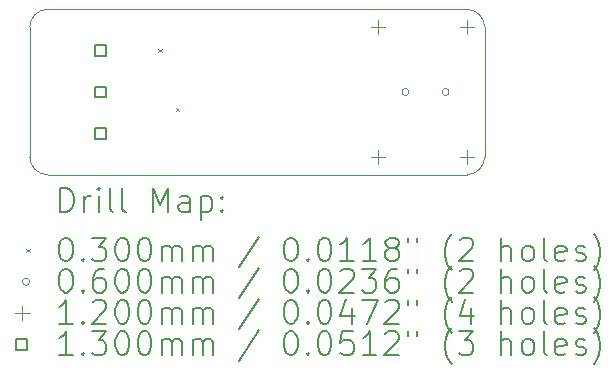
<source format=gbr>
%TF.GenerationSoftware,KiCad,Pcbnew,7.0.11-7.0.11~ubuntu22.04.1*%
%TF.CreationDate,2024-03-26T17:41:39+01:00*%
%TF.ProjectId,laserreceiver,6c617365-7272-4656-9365-697665722e6b,rev?*%
%TF.SameCoordinates,Original*%
%TF.FileFunction,Drillmap*%
%TF.FilePolarity,Positive*%
%FSLAX45Y45*%
G04 Gerber Fmt 4.5, Leading zero omitted, Abs format (unit mm)*
G04 Created by KiCad (PCBNEW 7.0.11-7.0.11~ubuntu22.04.1) date 2024-03-26 17:41:39*
%MOMM*%
%LPD*%
G01*
G04 APERTURE LIST*
%ADD10C,0.050000*%
%ADD11C,0.200000*%
%ADD12C,0.100000*%
%ADD13C,0.120000*%
%ADD14C,0.130000*%
G04 APERTURE END LIST*
D10*
X16800000Y-8900000D02*
G75*
G03*
X16650000Y-8750000I-150000J0D01*
G01*
X16650000Y-8750000D02*
X13100000Y-8750000D01*
X16650000Y-10150000D02*
G75*
G03*
X16800000Y-10000000I0J150000D01*
G01*
X13100000Y-8750000D02*
G75*
G03*
X12950000Y-8900000I0J-150000D01*
G01*
X13100000Y-10150000D02*
X16650000Y-10150000D01*
X16800000Y-10000000D02*
X16800000Y-8900000D01*
X12950000Y-8900000D02*
X12950000Y-10000000D01*
X12950000Y-10000000D02*
G75*
G03*
X13100000Y-10150000I150000J0D01*
G01*
D11*
D12*
X14035000Y-9085000D02*
X14065000Y-9115000D01*
X14065000Y-9085000D02*
X14035000Y-9115000D01*
X14185000Y-9585000D02*
X14215000Y-9615000D01*
X14215000Y-9585000D02*
X14185000Y-9615000D01*
X16160000Y-9450000D02*
G75*
G03*
X16100000Y-9450000I-30000J0D01*
G01*
X16100000Y-9450000D02*
G75*
G03*
X16160000Y-9450000I30000J0D01*
G01*
X16500000Y-9450000D02*
G75*
G03*
X16440000Y-9450000I-30000J0D01*
G01*
X16440000Y-9450000D02*
G75*
G03*
X16500000Y-9450000I30000J0D01*
G01*
D13*
X15900000Y-8840000D02*
X15900000Y-8960000D01*
X15840000Y-8900000D02*
X15960000Y-8900000D01*
X15900000Y-9940000D02*
X15900000Y-10060000D01*
X15840000Y-10000000D02*
X15960000Y-10000000D01*
X16650000Y-8840000D02*
X16650000Y-8960000D01*
X16590000Y-8900000D02*
X16710000Y-8900000D01*
X16650000Y-9940000D02*
X16650000Y-10060000D01*
X16590000Y-10000000D02*
X16710000Y-10000000D01*
D14*
X13595962Y-9145962D02*
X13595962Y-9054038D01*
X13504038Y-9054038D01*
X13504038Y-9145962D01*
X13595962Y-9145962D01*
X13595962Y-9495962D02*
X13595962Y-9404038D01*
X13504038Y-9404038D01*
X13504038Y-9495962D01*
X13595962Y-9495962D01*
X13595962Y-9845962D02*
X13595962Y-9754038D01*
X13504038Y-9754038D01*
X13504038Y-9845962D01*
X13595962Y-9845962D01*
D11*
X13208277Y-10463984D02*
X13208277Y-10263984D01*
X13208277Y-10263984D02*
X13255896Y-10263984D01*
X13255896Y-10263984D02*
X13284467Y-10273508D01*
X13284467Y-10273508D02*
X13303515Y-10292555D01*
X13303515Y-10292555D02*
X13313039Y-10311603D01*
X13313039Y-10311603D02*
X13322562Y-10349698D01*
X13322562Y-10349698D02*
X13322562Y-10378270D01*
X13322562Y-10378270D02*
X13313039Y-10416365D01*
X13313039Y-10416365D02*
X13303515Y-10435412D01*
X13303515Y-10435412D02*
X13284467Y-10454460D01*
X13284467Y-10454460D02*
X13255896Y-10463984D01*
X13255896Y-10463984D02*
X13208277Y-10463984D01*
X13408277Y-10463984D02*
X13408277Y-10330650D01*
X13408277Y-10368746D02*
X13417801Y-10349698D01*
X13417801Y-10349698D02*
X13427324Y-10340174D01*
X13427324Y-10340174D02*
X13446372Y-10330650D01*
X13446372Y-10330650D02*
X13465420Y-10330650D01*
X13532086Y-10463984D02*
X13532086Y-10330650D01*
X13532086Y-10263984D02*
X13522562Y-10273508D01*
X13522562Y-10273508D02*
X13532086Y-10283031D01*
X13532086Y-10283031D02*
X13541610Y-10273508D01*
X13541610Y-10273508D02*
X13532086Y-10263984D01*
X13532086Y-10263984D02*
X13532086Y-10283031D01*
X13655896Y-10463984D02*
X13636848Y-10454460D01*
X13636848Y-10454460D02*
X13627324Y-10435412D01*
X13627324Y-10435412D02*
X13627324Y-10263984D01*
X13760658Y-10463984D02*
X13741610Y-10454460D01*
X13741610Y-10454460D02*
X13732086Y-10435412D01*
X13732086Y-10435412D02*
X13732086Y-10263984D01*
X13989229Y-10463984D02*
X13989229Y-10263984D01*
X13989229Y-10263984D02*
X14055896Y-10406841D01*
X14055896Y-10406841D02*
X14122562Y-10263984D01*
X14122562Y-10263984D02*
X14122562Y-10463984D01*
X14303515Y-10463984D02*
X14303515Y-10359222D01*
X14303515Y-10359222D02*
X14293991Y-10340174D01*
X14293991Y-10340174D02*
X14274943Y-10330650D01*
X14274943Y-10330650D02*
X14236848Y-10330650D01*
X14236848Y-10330650D02*
X14217801Y-10340174D01*
X14303515Y-10454460D02*
X14284467Y-10463984D01*
X14284467Y-10463984D02*
X14236848Y-10463984D01*
X14236848Y-10463984D02*
X14217801Y-10454460D01*
X14217801Y-10454460D02*
X14208277Y-10435412D01*
X14208277Y-10435412D02*
X14208277Y-10416365D01*
X14208277Y-10416365D02*
X14217801Y-10397317D01*
X14217801Y-10397317D02*
X14236848Y-10387793D01*
X14236848Y-10387793D02*
X14284467Y-10387793D01*
X14284467Y-10387793D02*
X14303515Y-10378270D01*
X14398753Y-10330650D02*
X14398753Y-10530650D01*
X14398753Y-10340174D02*
X14417801Y-10330650D01*
X14417801Y-10330650D02*
X14455896Y-10330650D01*
X14455896Y-10330650D02*
X14474943Y-10340174D01*
X14474943Y-10340174D02*
X14484467Y-10349698D01*
X14484467Y-10349698D02*
X14493991Y-10368746D01*
X14493991Y-10368746D02*
X14493991Y-10425889D01*
X14493991Y-10425889D02*
X14484467Y-10444936D01*
X14484467Y-10444936D02*
X14474943Y-10454460D01*
X14474943Y-10454460D02*
X14455896Y-10463984D01*
X14455896Y-10463984D02*
X14417801Y-10463984D01*
X14417801Y-10463984D02*
X14398753Y-10454460D01*
X14579705Y-10444936D02*
X14589229Y-10454460D01*
X14589229Y-10454460D02*
X14579705Y-10463984D01*
X14579705Y-10463984D02*
X14570182Y-10454460D01*
X14570182Y-10454460D02*
X14579705Y-10444936D01*
X14579705Y-10444936D02*
X14579705Y-10463984D01*
X14579705Y-10340174D02*
X14589229Y-10349698D01*
X14589229Y-10349698D02*
X14579705Y-10359222D01*
X14579705Y-10359222D02*
X14570182Y-10349698D01*
X14570182Y-10349698D02*
X14579705Y-10340174D01*
X14579705Y-10340174D02*
X14579705Y-10359222D01*
D12*
X12917500Y-10777500D02*
X12947500Y-10807500D01*
X12947500Y-10777500D02*
X12917500Y-10807500D01*
D11*
X13246372Y-10683984D02*
X13265420Y-10683984D01*
X13265420Y-10683984D02*
X13284467Y-10693508D01*
X13284467Y-10693508D02*
X13293991Y-10703031D01*
X13293991Y-10703031D02*
X13303515Y-10722079D01*
X13303515Y-10722079D02*
X13313039Y-10760174D01*
X13313039Y-10760174D02*
X13313039Y-10807793D01*
X13313039Y-10807793D02*
X13303515Y-10845889D01*
X13303515Y-10845889D02*
X13293991Y-10864936D01*
X13293991Y-10864936D02*
X13284467Y-10874460D01*
X13284467Y-10874460D02*
X13265420Y-10883984D01*
X13265420Y-10883984D02*
X13246372Y-10883984D01*
X13246372Y-10883984D02*
X13227324Y-10874460D01*
X13227324Y-10874460D02*
X13217801Y-10864936D01*
X13217801Y-10864936D02*
X13208277Y-10845889D01*
X13208277Y-10845889D02*
X13198753Y-10807793D01*
X13198753Y-10807793D02*
X13198753Y-10760174D01*
X13198753Y-10760174D02*
X13208277Y-10722079D01*
X13208277Y-10722079D02*
X13217801Y-10703031D01*
X13217801Y-10703031D02*
X13227324Y-10693508D01*
X13227324Y-10693508D02*
X13246372Y-10683984D01*
X13398753Y-10864936D02*
X13408277Y-10874460D01*
X13408277Y-10874460D02*
X13398753Y-10883984D01*
X13398753Y-10883984D02*
X13389229Y-10874460D01*
X13389229Y-10874460D02*
X13398753Y-10864936D01*
X13398753Y-10864936D02*
X13398753Y-10883984D01*
X13474943Y-10683984D02*
X13598753Y-10683984D01*
X13598753Y-10683984D02*
X13532086Y-10760174D01*
X13532086Y-10760174D02*
X13560658Y-10760174D01*
X13560658Y-10760174D02*
X13579705Y-10769698D01*
X13579705Y-10769698D02*
X13589229Y-10779222D01*
X13589229Y-10779222D02*
X13598753Y-10798270D01*
X13598753Y-10798270D02*
X13598753Y-10845889D01*
X13598753Y-10845889D02*
X13589229Y-10864936D01*
X13589229Y-10864936D02*
X13579705Y-10874460D01*
X13579705Y-10874460D02*
X13560658Y-10883984D01*
X13560658Y-10883984D02*
X13503515Y-10883984D01*
X13503515Y-10883984D02*
X13484467Y-10874460D01*
X13484467Y-10874460D02*
X13474943Y-10864936D01*
X13722562Y-10683984D02*
X13741610Y-10683984D01*
X13741610Y-10683984D02*
X13760658Y-10693508D01*
X13760658Y-10693508D02*
X13770182Y-10703031D01*
X13770182Y-10703031D02*
X13779705Y-10722079D01*
X13779705Y-10722079D02*
X13789229Y-10760174D01*
X13789229Y-10760174D02*
X13789229Y-10807793D01*
X13789229Y-10807793D02*
X13779705Y-10845889D01*
X13779705Y-10845889D02*
X13770182Y-10864936D01*
X13770182Y-10864936D02*
X13760658Y-10874460D01*
X13760658Y-10874460D02*
X13741610Y-10883984D01*
X13741610Y-10883984D02*
X13722562Y-10883984D01*
X13722562Y-10883984D02*
X13703515Y-10874460D01*
X13703515Y-10874460D02*
X13693991Y-10864936D01*
X13693991Y-10864936D02*
X13684467Y-10845889D01*
X13684467Y-10845889D02*
X13674943Y-10807793D01*
X13674943Y-10807793D02*
X13674943Y-10760174D01*
X13674943Y-10760174D02*
X13684467Y-10722079D01*
X13684467Y-10722079D02*
X13693991Y-10703031D01*
X13693991Y-10703031D02*
X13703515Y-10693508D01*
X13703515Y-10693508D02*
X13722562Y-10683984D01*
X13913039Y-10683984D02*
X13932086Y-10683984D01*
X13932086Y-10683984D02*
X13951134Y-10693508D01*
X13951134Y-10693508D02*
X13960658Y-10703031D01*
X13960658Y-10703031D02*
X13970182Y-10722079D01*
X13970182Y-10722079D02*
X13979705Y-10760174D01*
X13979705Y-10760174D02*
X13979705Y-10807793D01*
X13979705Y-10807793D02*
X13970182Y-10845889D01*
X13970182Y-10845889D02*
X13960658Y-10864936D01*
X13960658Y-10864936D02*
X13951134Y-10874460D01*
X13951134Y-10874460D02*
X13932086Y-10883984D01*
X13932086Y-10883984D02*
X13913039Y-10883984D01*
X13913039Y-10883984D02*
X13893991Y-10874460D01*
X13893991Y-10874460D02*
X13884467Y-10864936D01*
X13884467Y-10864936D02*
X13874943Y-10845889D01*
X13874943Y-10845889D02*
X13865420Y-10807793D01*
X13865420Y-10807793D02*
X13865420Y-10760174D01*
X13865420Y-10760174D02*
X13874943Y-10722079D01*
X13874943Y-10722079D02*
X13884467Y-10703031D01*
X13884467Y-10703031D02*
X13893991Y-10693508D01*
X13893991Y-10693508D02*
X13913039Y-10683984D01*
X14065420Y-10883984D02*
X14065420Y-10750650D01*
X14065420Y-10769698D02*
X14074943Y-10760174D01*
X14074943Y-10760174D02*
X14093991Y-10750650D01*
X14093991Y-10750650D02*
X14122563Y-10750650D01*
X14122563Y-10750650D02*
X14141610Y-10760174D01*
X14141610Y-10760174D02*
X14151134Y-10779222D01*
X14151134Y-10779222D02*
X14151134Y-10883984D01*
X14151134Y-10779222D02*
X14160658Y-10760174D01*
X14160658Y-10760174D02*
X14179705Y-10750650D01*
X14179705Y-10750650D02*
X14208277Y-10750650D01*
X14208277Y-10750650D02*
X14227324Y-10760174D01*
X14227324Y-10760174D02*
X14236848Y-10779222D01*
X14236848Y-10779222D02*
X14236848Y-10883984D01*
X14332086Y-10883984D02*
X14332086Y-10750650D01*
X14332086Y-10769698D02*
X14341610Y-10760174D01*
X14341610Y-10760174D02*
X14360658Y-10750650D01*
X14360658Y-10750650D02*
X14389229Y-10750650D01*
X14389229Y-10750650D02*
X14408277Y-10760174D01*
X14408277Y-10760174D02*
X14417801Y-10779222D01*
X14417801Y-10779222D02*
X14417801Y-10883984D01*
X14417801Y-10779222D02*
X14427324Y-10760174D01*
X14427324Y-10760174D02*
X14446372Y-10750650D01*
X14446372Y-10750650D02*
X14474943Y-10750650D01*
X14474943Y-10750650D02*
X14493991Y-10760174D01*
X14493991Y-10760174D02*
X14503515Y-10779222D01*
X14503515Y-10779222D02*
X14503515Y-10883984D01*
X14893991Y-10674460D02*
X14722563Y-10931603D01*
X15151134Y-10683984D02*
X15170182Y-10683984D01*
X15170182Y-10683984D02*
X15189229Y-10693508D01*
X15189229Y-10693508D02*
X15198753Y-10703031D01*
X15198753Y-10703031D02*
X15208277Y-10722079D01*
X15208277Y-10722079D02*
X15217801Y-10760174D01*
X15217801Y-10760174D02*
X15217801Y-10807793D01*
X15217801Y-10807793D02*
X15208277Y-10845889D01*
X15208277Y-10845889D02*
X15198753Y-10864936D01*
X15198753Y-10864936D02*
X15189229Y-10874460D01*
X15189229Y-10874460D02*
X15170182Y-10883984D01*
X15170182Y-10883984D02*
X15151134Y-10883984D01*
X15151134Y-10883984D02*
X15132086Y-10874460D01*
X15132086Y-10874460D02*
X15122563Y-10864936D01*
X15122563Y-10864936D02*
X15113039Y-10845889D01*
X15113039Y-10845889D02*
X15103515Y-10807793D01*
X15103515Y-10807793D02*
X15103515Y-10760174D01*
X15103515Y-10760174D02*
X15113039Y-10722079D01*
X15113039Y-10722079D02*
X15122563Y-10703031D01*
X15122563Y-10703031D02*
X15132086Y-10693508D01*
X15132086Y-10693508D02*
X15151134Y-10683984D01*
X15303515Y-10864936D02*
X15313039Y-10874460D01*
X15313039Y-10874460D02*
X15303515Y-10883984D01*
X15303515Y-10883984D02*
X15293991Y-10874460D01*
X15293991Y-10874460D02*
X15303515Y-10864936D01*
X15303515Y-10864936D02*
X15303515Y-10883984D01*
X15436848Y-10683984D02*
X15455896Y-10683984D01*
X15455896Y-10683984D02*
X15474944Y-10693508D01*
X15474944Y-10693508D02*
X15484467Y-10703031D01*
X15484467Y-10703031D02*
X15493991Y-10722079D01*
X15493991Y-10722079D02*
X15503515Y-10760174D01*
X15503515Y-10760174D02*
X15503515Y-10807793D01*
X15503515Y-10807793D02*
X15493991Y-10845889D01*
X15493991Y-10845889D02*
X15484467Y-10864936D01*
X15484467Y-10864936D02*
X15474944Y-10874460D01*
X15474944Y-10874460D02*
X15455896Y-10883984D01*
X15455896Y-10883984D02*
X15436848Y-10883984D01*
X15436848Y-10883984D02*
X15417801Y-10874460D01*
X15417801Y-10874460D02*
X15408277Y-10864936D01*
X15408277Y-10864936D02*
X15398753Y-10845889D01*
X15398753Y-10845889D02*
X15389229Y-10807793D01*
X15389229Y-10807793D02*
X15389229Y-10760174D01*
X15389229Y-10760174D02*
X15398753Y-10722079D01*
X15398753Y-10722079D02*
X15408277Y-10703031D01*
X15408277Y-10703031D02*
X15417801Y-10693508D01*
X15417801Y-10693508D02*
X15436848Y-10683984D01*
X15693991Y-10883984D02*
X15579706Y-10883984D01*
X15636848Y-10883984D02*
X15636848Y-10683984D01*
X15636848Y-10683984D02*
X15617801Y-10712555D01*
X15617801Y-10712555D02*
X15598753Y-10731603D01*
X15598753Y-10731603D02*
X15579706Y-10741127D01*
X15884467Y-10883984D02*
X15770182Y-10883984D01*
X15827325Y-10883984D02*
X15827325Y-10683984D01*
X15827325Y-10683984D02*
X15808277Y-10712555D01*
X15808277Y-10712555D02*
X15789229Y-10731603D01*
X15789229Y-10731603D02*
X15770182Y-10741127D01*
X15998753Y-10769698D02*
X15979706Y-10760174D01*
X15979706Y-10760174D02*
X15970182Y-10750650D01*
X15970182Y-10750650D02*
X15960658Y-10731603D01*
X15960658Y-10731603D02*
X15960658Y-10722079D01*
X15960658Y-10722079D02*
X15970182Y-10703031D01*
X15970182Y-10703031D02*
X15979706Y-10693508D01*
X15979706Y-10693508D02*
X15998753Y-10683984D01*
X15998753Y-10683984D02*
X16036848Y-10683984D01*
X16036848Y-10683984D02*
X16055896Y-10693508D01*
X16055896Y-10693508D02*
X16065420Y-10703031D01*
X16065420Y-10703031D02*
X16074944Y-10722079D01*
X16074944Y-10722079D02*
X16074944Y-10731603D01*
X16074944Y-10731603D02*
X16065420Y-10750650D01*
X16065420Y-10750650D02*
X16055896Y-10760174D01*
X16055896Y-10760174D02*
X16036848Y-10769698D01*
X16036848Y-10769698D02*
X15998753Y-10769698D01*
X15998753Y-10769698D02*
X15979706Y-10779222D01*
X15979706Y-10779222D02*
X15970182Y-10788746D01*
X15970182Y-10788746D02*
X15960658Y-10807793D01*
X15960658Y-10807793D02*
X15960658Y-10845889D01*
X15960658Y-10845889D02*
X15970182Y-10864936D01*
X15970182Y-10864936D02*
X15979706Y-10874460D01*
X15979706Y-10874460D02*
X15998753Y-10883984D01*
X15998753Y-10883984D02*
X16036848Y-10883984D01*
X16036848Y-10883984D02*
X16055896Y-10874460D01*
X16055896Y-10874460D02*
X16065420Y-10864936D01*
X16065420Y-10864936D02*
X16074944Y-10845889D01*
X16074944Y-10845889D02*
X16074944Y-10807793D01*
X16074944Y-10807793D02*
X16065420Y-10788746D01*
X16065420Y-10788746D02*
X16055896Y-10779222D01*
X16055896Y-10779222D02*
X16036848Y-10769698D01*
X16151134Y-10683984D02*
X16151134Y-10722079D01*
X16227325Y-10683984D02*
X16227325Y-10722079D01*
X16522563Y-10960174D02*
X16513039Y-10950650D01*
X16513039Y-10950650D02*
X16493991Y-10922079D01*
X16493991Y-10922079D02*
X16484468Y-10903031D01*
X16484468Y-10903031D02*
X16474944Y-10874460D01*
X16474944Y-10874460D02*
X16465420Y-10826841D01*
X16465420Y-10826841D02*
X16465420Y-10788746D01*
X16465420Y-10788746D02*
X16474944Y-10741127D01*
X16474944Y-10741127D02*
X16484468Y-10712555D01*
X16484468Y-10712555D02*
X16493991Y-10693508D01*
X16493991Y-10693508D02*
X16513039Y-10664936D01*
X16513039Y-10664936D02*
X16522563Y-10655412D01*
X16589229Y-10703031D02*
X16598753Y-10693508D01*
X16598753Y-10693508D02*
X16617801Y-10683984D01*
X16617801Y-10683984D02*
X16665420Y-10683984D01*
X16665420Y-10683984D02*
X16684468Y-10693508D01*
X16684468Y-10693508D02*
X16693991Y-10703031D01*
X16693991Y-10703031D02*
X16703515Y-10722079D01*
X16703515Y-10722079D02*
X16703515Y-10741127D01*
X16703515Y-10741127D02*
X16693991Y-10769698D01*
X16693991Y-10769698D02*
X16579706Y-10883984D01*
X16579706Y-10883984D02*
X16703515Y-10883984D01*
X16941611Y-10883984D02*
X16941611Y-10683984D01*
X17027325Y-10883984D02*
X17027325Y-10779222D01*
X17027325Y-10779222D02*
X17017801Y-10760174D01*
X17017801Y-10760174D02*
X16998753Y-10750650D01*
X16998753Y-10750650D02*
X16970182Y-10750650D01*
X16970182Y-10750650D02*
X16951134Y-10760174D01*
X16951134Y-10760174D02*
X16941611Y-10769698D01*
X17151134Y-10883984D02*
X17132087Y-10874460D01*
X17132087Y-10874460D02*
X17122563Y-10864936D01*
X17122563Y-10864936D02*
X17113039Y-10845889D01*
X17113039Y-10845889D02*
X17113039Y-10788746D01*
X17113039Y-10788746D02*
X17122563Y-10769698D01*
X17122563Y-10769698D02*
X17132087Y-10760174D01*
X17132087Y-10760174D02*
X17151134Y-10750650D01*
X17151134Y-10750650D02*
X17179706Y-10750650D01*
X17179706Y-10750650D02*
X17198753Y-10760174D01*
X17198753Y-10760174D02*
X17208277Y-10769698D01*
X17208277Y-10769698D02*
X17217801Y-10788746D01*
X17217801Y-10788746D02*
X17217801Y-10845889D01*
X17217801Y-10845889D02*
X17208277Y-10864936D01*
X17208277Y-10864936D02*
X17198753Y-10874460D01*
X17198753Y-10874460D02*
X17179706Y-10883984D01*
X17179706Y-10883984D02*
X17151134Y-10883984D01*
X17332087Y-10883984D02*
X17313039Y-10874460D01*
X17313039Y-10874460D02*
X17303515Y-10855412D01*
X17303515Y-10855412D02*
X17303515Y-10683984D01*
X17484468Y-10874460D02*
X17465420Y-10883984D01*
X17465420Y-10883984D02*
X17427325Y-10883984D01*
X17427325Y-10883984D02*
X17408277Y-10874460D01*
X17408277Y-10874460D02*
X17398753Y-10855412D01*
X17398753Y-10855412D02*
X17398753Y-10779222D01*
X17398753Y-10779222D02*
X17408277Y-10760174D01*
X17408277Y-10760174D02*
X17427325Y-10750650D01*
X17427325Y-10750650D02*
X17465420Y-10750650D01*
X17465420Y-10750650D02*
X17484468Y-10760174D01*
X17484468Y-10760174D02*
X17493992Y-10779222D01*
X17493992Y-10779222D02*
X17493992Y-10798270D01*
X17493992Y-10798270D02*
X17398753Y-10817317D01*
X17570182Y-10874460D02*
X17589230Y-10883984D01*
X17589230Y-10883984D02*
X17627325Y-10883984D01*
X17627325Y-10883984D02*
X17646373Y-10874460D01*
X17646373Y-10874460D02*
X17655896Y-10855412D01*
X17655896Y-10855412D02*
X17655896Y-10845889D01*
X17655896Y-10845889D02*
X17646373Y-10826841D01*
X17646373Y-10826841D02*
X17627325Y-10817317D01*
X17627325Y-10817317D02*
X17598753Y-10817317D01*
X17598753Y-10817317D02*
X17579706Y-10807793D01*
X17579706Y-10807793D02*
X17570182Y-10788746D01*
X17570182Y-10788746D02*
X17570182Y-10779222D01*
X17570182Y-10779222D02*
X17579706Y-10760174D01*
X17579706Y-10760174D02*
X17598753Y-10750650D01*
X17598753Y-10750650D02*
X17627325Y-10750650D01*
X17627325Y-10750650D02*
X17646373Y-10760174D01*
X17722563Y-10960174D02*
X17732087Y-10950650D01*
X17732087Y-10950650D02*
X17751134Y-10922079D01*
X17751134Y-10922079D02*
X17760658Y-10903031D01*
X17760658Y-10903031D02*
X17770182Y-10874460D01*
X17770182Y-10874460D02*
X17779706Y-10826841D01*
X17779706Y-10826841D02*
X17779706Y-10788746D01*
X17779706Y-10788746D02*
X17770182Y-10741127D01*
X17770182Y-10741127D02*
X17760658Y-10712555D01*
X17760658Y-10712555D02*
X17751134Y-10693508D01*
X17751134Y-10693508D02*
X17732087Y-10664936D01*
X17732087Y-10664936D02*
X17722563Y-10655412D01*
D12*
X12947500Y-11056500D02*
G75*
G03*
X12887500Y-11056500I-30000J0D01*
G01*
X12887500Y-11056500D02*
G75*
G03*
X12947500Y-11056500I30000J0D01*
G01*
D11*
X13246372Y-10947984D02*
X13265420Y-10947984D01*
X13265420Y-10947984D02*
X13284467Y-10957508D01*
X13284467Y-10957508D02*
X13293991Y-10967031D01*
X13293991Y-10967031D02*
X13303515Y-10986079D01*
X13303515Y-10986079D02*
X13313039Y-11024174D01*
X13313039Y-11024174D02*
X13313039Y-11071793D01*
X13313039Y-11071793D02*
X13303515Y-11109889D01*
X13303515Y-11109889D02*
X13293991Y-11128936D01*
X13293991Y-11128936D02*
X13284467Y-11138460D01*
X13284467Y-11138460D02*
X13265420Y-11147984D01*
X13265420Y-11147984D02*
X13246372Y-11147984D01*
X13246372Y-11147984D02*
X13227324Y-11138460D01*
X13227324Y-11138460D02*
X13217801Y-11128936D01*
X13217801Y-11128936D02*
X13208277Y-11109889D01*
X13208277Y-11109889D02*
X13198753Y-11071793D01*
X13198753Y-11071793D02*
X13198753Y-11024174D01*
X13198753Y-11024174D02*
X13208277Y-10986079D01*
X13208277Y-10986079D02*
X13217801Y-10967031D01*
X13217801Y-10967031D02*
X13227324Y-10957508D01*
X13227324Y-10957508D02*
X13246372Y-10947984D01*
X13398753Y-11128936D02*
X13408277Y-11138460D01*
X13408277Y-11138460D02*
X13398753Y-11147984D01*
X13398753Y-11147984D02*
X13389229Y-11138460D01*
X13389229Y-11138460D02*
X13398753Y-11128936D01*
X13398753Y-11128936D02*
X13398753Y-11147984D01*
X13579705Y-10947984D02*
X13541610Y-10947984D01*
X13541610Y-10947984D02*
X13522562Y-10957508D01*
X13522562Y-10957508D02*
X13513039Y-10967031D01*
X13513039Y-10967031D02*
X13493991Y-10995603D01*
X13493991Y-10995603D02*
X13484467Y-11033698D01*
X13484467Y-11033698D02*
X13484467Y-11109889D01*
X13484467Y-11109889D02*
X13493991Y-11128936D01*
X13493991Y-11128936D02*
X13503515Y-11138460D01*
X13503515Y-11138460D02*
X13522562Y-11147984D01*
X13522562Y-11147984D02*
X13560658Y-11147984D01*
X13560658Y-11147984D02*
X13579705Y-11138460D01*
X13579705Y-11138460D02*
X13589229Y-11128936D01*
X13589229Y-11128936D02*
X13598753Y-11109889D01*
X13598753Y-11109889D02*
X13598753Y-11062270D01*
X13598753Y-11062270D02*
X13589229Y-11043222D01*
X13589229Y-11043222D02*
X13579705Y-11033698D01*
X13579705Y-11033698D02*
X13560658Y-11024174D01*
X13560658Y-11024174D02*
X13522562Y-11024174D01*
X13522562Y-11024174D02*
X13503515Y-11033698D01*
X13503515Y-11033698D02*
X13493991Y-11043222D01*
X13493991Y-11043222D02*
X13484467Y-11062270D01*
X13722562Y-10947984D02*
X13741610Y-10947984D01*
X13741610Y-10947984D02*
X13760658Y-10957508D01*
X13760658Y-10957508D02*
X13770182Y-10967031D01*
X13770182Y-10967031D02*
X13779705Y-10986079D01*
X13779705Y-10986079D02*
X13789229Y-11024174D01*
X13789229Y-11024174D02*
X13789229Y-11071793D01*
X13789229Y-11071793D02*
X13779705Y-11109889D01*
X13779705Y-11109889D02*
X13770182Y-11128936D01*
X13770182Y-11128936D02*
X13760658Y-11138460D01*
X13760658Y-11138460D02*
X13741610Y-11147984D01*
X13741610Y-11147984D02*
X13722562Y-11147984D01*
X13722562Y-11147984D02*
X13703515Y-11138460D01*
X13703515Y-11138460D02*
X13693991Y-11128936D01*
X13693991Y-11128936D02*
X13684467Y-11109889D01*
X13684467Y-11109889D02*
X13674943Y-11071793D01*
X13674943Y-11071793D02*
X13674943Y-11024174D01*
X13674943Y-11024174D02*
X13684467Y-10986079D01*
X13684467Y-10986079D02*
X13693991Y-10967031D01*
X13693991Y-10967031D02*
X13703515Y-10957508D01*
X13703515Y-10957508D02*
X13722562Y-10947984D01*
X13913039Y-10947984D02*
X13932086Y-10947984D01*
X13932086Y-10947984D02*
X13951134Y-10957508D01*
X13951134Y-10957508D02*
X13960658Y-10967031D01*
X13960658Y-10967031D02*
X13970182Y-10986079D01*
X13970182Y-10986079D02*
X13979705Y-11024174D01*
X13979705Y-11024174D02*
X13979705Y-11071793D01*
X13979705Y-11071793D02*
X13970182Y-11109889D01*
X13970182Y-11109889D02*
X13960658Y-11128936D01*
X13960658Y-11128936D02*
X13951134Y-11138460D01*
X13951134Y-11138460D02*
X13932086Y-11147984D01*
X13932086Y-11147984D02*
X13913039Y-11147984D01*
X13913039Y-11147984D02*
X13893991Y-11138460D01*
X13893991Y-11138460D02*
X13884467Y-11128936D01*
X13884467Y-11128936D02*
X13874943Y-11109889D01*
X13874943Y-11109889D02*
X13865420Y-11071793D01*
X13865420Y-11071793D02*
X13865420Y-11024174D01*
X13865420Y-11024174D02*
X13874943Y-10986079D01*
X13874943Y-10986079D02*
X13884467Y-10967031D01*
X13884467Y-10967031D02*
X13893991Y-10957508D01*
X13893991Y-10957508D02*
X13913039Y-10947984D01*
X14065420Y-11147984D02*
X14065420Y-11014650D01*
X14065420Y-11033698D02*
X14074943Y-11024174D01*
X14074943Y-11024174D02*
X14093991Y-11014650D01*
X14093991Y-11014650D02*
X14122563Y-11014650D01*
X14122563Y-11014650D02*
X14141610Y-11024174D01*
X14141610Y-11024174D02*
X14151134Y-11043222D01*
X14151134Y-11043222D02*
X14151134Y-11147984D01*
X14151134Y-11043222D02*
X14160658Y-11024174D01*
X14160658Y-11024174D02*
X14179705Y-11014650D01*
X14179705Y-11014650D02*
X14208277Y-11014650D01*
X14208277Y-11014650D02*
X14227324Y-11024174D01*
X14227324Y-11024174D02*
X14236848Y-11043222D01*
X14236848Y-11043222D02*
X14236848Y-11147984D01*
X14332086Y-11147984D02*
X14332086Y-11014650D01*
X14332086Y-11033698D02*
X14341610Y-11024174D01*
X14341610Y-11024174D02*
X14360658Y-11014650D01*
X14360658Y-11014650D02*
X14389229Y-11014650D01*
X14389229Y-11014650D02*
X14408277Y-11024174D01*
X14408277Y-11024174D02*
X14417801Y-11043222D01*
X14417801Y-11043222D02*
X14417801Y-11147984D01*
X14417801Y-11043222D02*
X14427324Y-11024174D01*
X14427324Y-11024174D02*
X14446372Y-11014650D01*
X14446372Y-11014650D02*
X14474943Y-11014650D01*
X14474943Y-11014650D02*
X14493991Y-11024174D01*
X14493991Y-11024174D02*
X14503515Y-11043222D01*
X14503515Y-11043222D02*
X14503515Y-11147984D01*
X14893991Y-10938460D02*
X14722563Y-11195603D01*
X15151134Y-10947984D02*
X15170182Y-10947984D01*
X15170182Y-10947984D02*
X15189229Y-10957508D01*
X15189229Y-10957508D02*
X15198753Y-10967031D01*
X15198753Y-10967031D02*
X15208277Y-10986079D01*
X15208277Y-10986079D02*
X15217801Y-11024174D01*
X15217801Y-11024174D02*
X15217801Y-11071793D01*
X15217801Y-11071793D02*
X15208277Y-11109889D01*
X15208277Y-11109889D02*
X15198753Y-11128936D01*
X15198753Y-11128936D02*
X15189229Y-11138460D01*
X15189229Y-11138460D02*
X15170182Y-11147984D01*
X15170182Y-11147984D02*
X15151134Y-11147984D01*
X15151134Y-11147984D02*
X15132086Y-11138460D01*
X15132086Y-11138460D02*
X15122563Y-11128936D01*
X15122563Y-11128936D02*
X15113039Y-11109889D01*
X15113039Y-11109889D02*
X15103515Y-11071793D01*
X15103515Y-11071793D02*
X15103515Y-11024174D01*
X15103515Y-11024174D02*
X15113039Y-10986079D01*
X15113039Y-10986079D02*
X15122563Y-10967031D01*
X15122563Y-10967031D02*
X15132086Y-10957508D01*
X15132086Y-10957508D02*
X15151134Y-10947984D01*
X15303515Y-11128936D02*
X15313039Y-11138460D01*
X15313039Y-11138460D02*
X15303515Y-11147984D01*
X15303515Y-11147984D02*
X15293991Y-11138460D01*
X15293991Y-11138460D02*
X15303515Y-11128936D01*
X15303515Y-11128936D02*
X15303515Y-11147984D01*
X15436848Y-10947984D02*
X15455896Y-10947984D01*
X15455896Y-10947984D02*
X15474944Y-10957508D01*
X15474944Y-10957508D02*
X15484467Y-10967031D01*
X15484467Y-10967031D02*
X15493991Y-10986079D01*
X15493991Y-10986079D02*
X15503515Y-11024174D01*
X15503515Y-11024174D02*
X15503515Y-11071793D01*
X15503515Y-11071793D02*
X15493991Y-11109889D01*
X15493991Y-11109889D02*
X15484467Y-11128936D01*
X15484467Y-11128936D02*
X15474944Y-11138460D01*
X15474944Y-11138460D02*
X15455896Y-11147984D01*
X15455896Y-11147984D02*
X15436848Y-11147984D01*
X15436848Y-11147984D02*
X15417801Y-11138460D01*
X15417801Y-11138460D02*
X15408277Y-11128936D01*
X15408277Y-11128936D02*
X15398753Y-11109889D01*
X15398753Y-11109889D02*
X15389229Y-11071793D01*
X15389229Y-11071793D02*
X15389229Y-11024174D01*
X15389229Y-11024174D02*
X15398753Y-10986079D01*
X15398753Y-10986079D02*
X15408277Y-10967031D01*
X15408277Y-10967031D02*
X15417801Y-10957508D01*
X15417801Y-10957508D02*
X15436848Y-10947984D01*
X15579706Y-10967031D02*
X15589229Y-10957508D01*
X15589229Y-10957508D02*
X15608277Y-10947984D01*
X15608277Y-10947984D02*
X15655896Y-10947984D01*
X15655896Y-10947984D02*
X15674944Y-10957508D01*
X15674944Y-10957508D02*
X15684467Y-10967031D01*
X15684467Y-10967031D02*
X15693991Y-10986079D01*
X15693991Y-10986079D02*
X15693991Y-11005127D01*
X15693991Y-11005127D02*
X15684467Y-11033698D01*
X15684467Y-11033698D02*
X15570182Y-11147984D01*
X15570182Y-11147984D02*
X15693991Y-11147984D01*
X15760658Y-10947984D02*
X15884467Y-10947984D01*
X15884467Y-10947984D02*
X15817801Y-11024174D01*
X15817801Y-11024174D02*
X15846372Y-11024174D01*
X15846372Y-11024174D02*
X15865420Y-11033698D01*
X15865420Y-11033698D02*
X15874944Y-11043222D01*
X15874944Y-11043222D02*
X15884467Y-11062270D01*
X15884467Y-11062270D02*
X15884467Y-11109889D01*
X15884467Y-11109889D02*
X15874944Y-11128936D01*
X15874944Y-11128936D02*
X15865420Y-11138460D01*
X15865420Y-11138460D02*
X15846372Y-11147984D01*
X15846372Y-11147984D02*
X15789229Y-11147984D01*
X15789229Y-11147984D02*
X15770182Y-11138460D01*
X15770182Y-11138460D02*
X15760658Y-11128936D01*
X16055896Y-10947984D02*
X16017801Y-10947984D01*
X16017801Y-10947984D02*
X15998753Y-10957508D01*
X15998753Y-10957508D02*
X15989229Y-10967031D01*
X15989229Y-10967031D02*
X15970182Y-10995603D01*
X15970182Y-10995603D02*
X15960658Y-11033698D01*
X15960658Y-11033698D02*
X15960658Y-11109889D01*
X15960658Y-11109889D02*
X15970182Y-11128936D01*
X15970182Y-11128936D02*
X15979706Y-11138460D01*
X15979706Y-11138460D02*
X15998753Y-11147984D01*
X15998753Y-11147984D02*
X16036848Y-11147984D01*
X16036848Y-11147984D02*
X16055896Y-11138460D01*
X16055896Y-11138460D02*
X16065420Y-11128936D01*
X16065420Y-11128936D02*
X16074944Y-11109889D01*
X16074944Y-11109889D02*
X16074944Y-11062270D01*
X16074944Y-11062270D02*
X16065420Y-11043222D01*
X16065420Y-11043222D02*
X16055896Y-11033698D01*
X16055896Y-11033698D02*
X16036848Y-11024174D01*
X16036848Y-11024174D02*
X15998753Y-11024174D01*
X15998753Y-11024174D02*
X15979706Y-11033698D01*
X15979706Y-11033698D02*
X15970182Y-11043222D01*
X15970182Y-11043222D02*
X15960658Y-11062270D01*
X16151134Y-10947984D02*
X16151134Y-10986079D01*
X16227325Y-10947984D02*
X16227325Y-10986079D01*
X16522563Y-11224174D02*
X16513039Y-11214650D01*
X16513039Y-11214650D02*
X16493991Y-11186079D01*
X16493991Y-11186079D02*
X16484468Y-11167031D01*
X16484468Y-11167031D02*
X16474944Y-11138460D01*
X16474944Y-11138460D02*
X16465420Y-11090841D01*
X16465420Y-11090841D02*
X16465420Y-11052746D01*
X16465420Y-11052746D02*
X16474944Y-11005127D01*
X16474944Y-11005127D02*
X16484468Y-10976555D01*
X16484468Y-10976555D02*
X16493991Y-10957508D01*
X16493991Y-10957508D02*
X16513039Y-10928936D01*
X16513039Y-10928936D02*
X16522563Y-10919412D01*
X16589229Y-10967031D02*
X16598753Y-10957508D01*
X16598753Y-10957508D02*
X16617801Y-10947984D01*
X16617801Y-10947984D02*
X16665420Y-10947984D01*
X16665420Y-10947984D02*
X16684468Y-10957508D01*
X16684468Y-10957508D02*
X16693991Y-10967031D01*
X16693991Y-10967031D02*
X16703515Y-10986079D01*
X16703515Y-10986079D02*
X16703515Y-11005127D01*
X16703515Y-11005127D02*
X16693991Y-11033698D01*
X16693991Y-11033698D02*
X16579706Y-11147984D01*
X16579706Y-11147984D02*
X16703515Y-11147984D01*
X16941611Y-11147984D02*
X16941611Y-10947984D01*
X17027325Y-11147984D02*
X17027325Y-11043222D01*
X17027325Y-11043222D02*
X17017801Y-11024174D01*
X17017801Y-11024174D02*
X16998753Y-11014650D01*
X16998753Y-11014650D02*
X16970182Y-11014650D01*
X16970182Y-11014650D02*
X16951134Y-11024174D01*
X16951134Y-11024174D02*
X16941611Y-11033698D01*
X17151134Y-11147984D02*
X17132087Y-11138460D01*
X17132087Y-11138460D02*
X17122563Y-11128936D01*
X17122563Y-11128936D02*
X17113039Y-11109889D01*
X17113039Y-11109889D02*
X17113039Y-11052746D01*
X17113039Y-11052746D02*
X17122563Y-11033698D01*
X17122563Y-11033698D02*
X17132087Y-11024174D01*
X17132087Y-11024174D02*
X17151134Y-11014650D01*
X17151134Y-11014650D02*
X17179706Y-11014650D01*
X17179706Y-11014650D02*
X17198753Y-11024174D01*
X17198753Y-11024174D02*
X17208277Y-11033698D01*
X17208277Y-11033698D02*
X17217801Y-11052746D01*
X17217801Y-11052746D02*
X17217801Y-11109889D01*
X17217801Y-11109889D02*
X17208277Y-11128936D01*
X17208277Y-11128936D02*
X17198753Y-11138460D01*
X17198753Y-11138460D02*
X17179706Y-11147984D01*
X17179706Y-11147984D02*
X17151134Y-11147984D01*
X17332087Y-11147984D02*
X17313039Y-11138460D01*
X17313039Y-11138460D02*
X17303515Y-11119412D01*
X17303515Y-11119412D02*
X17303515Y-10947984D01*
X17484468Y-11138460D02*
X17465420Y-11147984D01*
X17465420Y-11147984D02*
X17427325Y-11147984D01*
X17427325Y-11147984D02*
X17408277Y-11138460D01*
X17408277Y-11138460D02*
X17398753Y-11119412D01*
X17398753Y-11119412D02*
X17398753Y-11043222D01*
X17398753Y-11043222D02*
X17408277Y-11024174D01*
X17408277Y-11024174D02*
X17427325Y-11014650D01*
X17427325Y-11014650D02*
X17465420Y-11014650D01*
X17465420Y-11014650D02*
X17484468Y-11024174D01*
X17484468Y-11024174D02*
X17493992Y-11043222D01*
X17493992Y-11043222D02*
X17493992Y-11062270D01*
X17493992Y-11062270D02*
X17398753Y-11081317D01*
X17570182Y-11138460D02*
X17589230Y-11147984D01*
X17589230Y-11147984D02*
X17627325Y-11147984D01*
X17627325Y-11147984D02*
X17646373Y-11138460D01*
X17646373Y-11138460D02*
X17655896Y-11119412D01*
X17655896Y-11119412D02*
X17655896Y-11109889D01*
X17655896Y-11109889D02*
X17646373Y-11090841D01*
X17646373Y-11090841D02*
X17627325Y-11081317D01*
X17627325Y-11081317D02*
X17598753Y-11081317D01*
X17598753Y-11081317D02*
X17579706Y-11071793D01*
X17579706Y-11071793D02*
X17570182Y-11052746D01*
X17570182Y-11052746D02*
X17570182Y-11043222D01*
X17570182Y-11043222D02*
X17579706Y-11024174D01*
X17579706Y-11024174D02*
X17598753Y-11014650D01*
X17598753Y-11014650D02*
X17627325Y-11014650D01*
X17627325Y-11014650D02*
X17646373Y-11024174D01*
X17722563Y-11224174D02*
X17732087Y-11214650D01*
X17732087Y-11214650D02*
X17751134Y-11186079D01*
X17751134Y-11186079D02*
X17760658Y-11167031D01*
X17760658Y-11167031D02*
X17770182Y-11138460D01*
X17770182Y-11138460D02*
X17779706Y-11090841D01*
X17779706Y-11090841D02*
X17779706Y-11052746D01*
X17779706Y-11052746D02*
X17770182Y-11005127D01*
X17770182Y-11005127D02*
X17760658Y-10976555D01*
X17760658Y-10976555D02*
X17751134Y-10957508D01*
X17751134Y-10957508D02*
X17732087Y-10928936D01*
X17732087Y-10928936D02*
X17722563Y-10919412D01*
D13*
X12887500Y-11260500D02*
X12887500Y-11380500D01*
X12827500Y-11320500D02*
X12947500Y-11320500D01*
D11*
X13313039Y-11411984D02*
X13198753Y-11411984D01*
X13255896Y-11411984D02*
X13255896Y-11211984D01*
X13255896Y-11211984D02*
X13236848Y-11240555D01*
X13236848Y-11240555D02*
X13217801Y-11259603D01*
X13217801Y-11259603D02*
X13198753Y-11269127D01*
X13398753Y-11392936D02*
X13408277Y-11402460D01*
X13408277Y-11402460D02*
X13398753Y-11411984D01*
X13398753Y-11411984D02*
X13389229Y-11402460D01*
X13389229Y-11402460D02*
X13398753Y-11392936D01*
X13398753Y-11392936D02*
X13398753Y-11411984D01*
X13484467Y-11231031D02*
X13493991Y-11221508D01*
X13493991Y-11221508D02*
X13513039Y-11211984D01*
X13513039Y-11211984D02*
X13560658Y-11211984D01*
X13560658Y-11211984D02*
X13579705Y-11221508D01*
X13579705Y-11221508D02*
X13589229Y-11231031D01*
X13589229Y-11231031D02*
X13598753Y-11250079D01*
X13598753Y-11250079D02*
X13598753Y-11269127D01*
X13598753Y-11269127D02*
X13589229Y-11297698D01*
X13589229Y-11297698D02*
X13474943Y-11411984D01*
X13474943Y-11411984D02*
X13598753Y-11411984D01*
X13722562Y-11211984D02*
X13741610Y-11211984D01*
X13741610Y-11211984D02*
X13760658Y-11221508D01*
X13760658Y-11221508D02*
X13770182Y-11231031D01*
X13770182Y-11231031D02*
X13779705Y-11250079D01*
X13779705Y-11250079D02*
X13789229Y-11288174D01*
X13789229Y-11288174D02*
X13789229Y-11335793D01*
X13789229Y-11335793D02*
X13779705Y-11373888D01*
X13779705Y-11373888D02*
X13770182Y-11392936D01*
X13770182Y-11392936D02*
X13760658Y-11402460D01*
X13760658Y-11402460D02*
X13741610Y-11411984D01*
X13741610Y-11411984D02*
X13722562Y-11411984D01*
X13722562Y-11411984D02*
X13703515Y-11402460D01*
X13703515Y-11402460D02*
X13693991Y-11392936D01*
X13693991Y-11392936D02*
X13684467Y-11373888D01*
X13684467Y-11373888D02*
X13674943Y-11335793D01*
X13674943Y-11335793D02*
X13674943Y-11288174D01*
X13674943Y-11288174D02*
X13684467Y-11250079D01*
X13684467Y-11250079D02*
X13693991Y-11231031D01*
X13693991Y-11231031D02*
X13703515Y-11221508D01*
X13703515Y-11221508D02*
X13722562Y-11211984D01*
X13913039Y-11211984D02*
X13932086Y-11211984D01*
X13932086Y-11211984D02*
X13951134Y-11221508D01*
X13951134Y-11221508D02*
X13960658Y-11231031D01*
X13960658Y-11231031D02*
X13970182Y-11250079D01*
X13970182Y-11250079D02*
X13979705Y-11288174D01*
X13979705Y-11288174D02*
X13979705Y-11335793D01*
X13979705Y-11335793D02*
X13970182Y-11373888D01*
X13970182Y-11373888D02*
X13960658Y-11392936D01*
X13960658Y-11392936D02*
X13951134Y-11402460D01*
X13951134Y-11402460D02*
X13932086Y-11411984D01*
X13932086Y-11411984D02*
X13913039Y-11411984D01*
X13913039Y-11411984D02*
X13893991Y-11402460D01*
X13893991Y-11402460D02*
X13884467Y-11392936D01*
X13884467Y-11392936D02*
X13874943Y-11373888D01*
X13874943Y-11373888D02*
X13865420Y-11335793D01*
X13865420Y-11335793D02*
X13865420Y-11288174D01*
X13865420Y-11288174D02*
X13874943Y-11250079D01*
X13874943Y-11250079D02*
X13884467Y-11231031D01*
X13884467Y-11231031D02*
X13893991Y-11221508D01*
X13893991Y-11221508D02*
X13913039Y-11211984D01*
X14065420Y-11411984D02*
X14065420Y-11278650D01*
X14065420Y-11297698D02*
X14074943Y-11288174D01*
X14074943Y-11288174D02*
X14093991Y-11278650D01*
X14093991Y-11278650D02*
X14122563Y-11278650D01*
X14122563Y-11278650D02*
X14141610Y-11288174D01*
X14141610Y-11288174D02*
X14151134Y-11307222D01*
X14151134Y-11307222D02*
X14151134Y-11411984D01*
X14151134Y-11307222D02*
X14160658Y-11288174D01*
X14160658Y-11288174D02*
X14179705Y-11278650D01*
X14179705Y-11278650D02*
X14208277Y-11278650D01*
X14208277Y-11278650D02*
X14227324Y-11288174D01*
X14227324Y-11288174D02*
X14236848Y-11307222D01*
X14236848Y-11307222D02*
X14236848Y-11411984D01*
X14332086Y-11411984D02*
X14332086Y-11278650D01*
X14332086Y-11297698D02*
X14341610Y-11288174D01*
X14341610Y-11288174D02*
X14360658Y-11278650D01*
X14360658Y-11278650D02*
X14389229Y-11278650D01*
X14389229Y-11278650D02*
X14408277Y-11288174D01*
X14408277Y-11288174D02*
X14417801Y-11307222D01*
X14417801Y-11307222D02*
X14417801Y-11411984D01*
X14417801Y-11307222D02*
X14427324Y-11288174D01*
X14427324Y-11288174D02*
X14446372Y-11278650D01*
X14446372Y-11278650D02*
X14474943Y-11278650D01*
X14474943Y-11278650D02*
X14493991Y-11288174D01*
X14493991Y-11288174D02*
X14503515Y-11307222D01*
X14503515Y-11307222D02*
X14503515Y-11411984D01*
X14893991Y-11202460D02*
X14722563Y-11459603D01*
X15151134Y-11211984D02*
X15170182Y-11211984D01*
X15170182Y-11211984D02*
X15189229Y-11221508D01*
X15189229Y-11221508D02*
X15198753Y-11231031D01*
X15198753Y-11231031D02*
X15208277Y-11250079D01*
X15208277Y-11250079D02*
X15217801Y-11288174D01*
X15217801Y-11288174D02*
X15217801Y-11335793D01*
X15217801Y-11335793D02*
X15208277Y-11373888D01*
X15208277Y-11373888D02*
X15198753Y-11392936D01*
X15198753Y-11392936D02*
X15189229Y-11402460D01*
X15189229Y-11402460D02*
X15170182Y-11411984D01*
X15170182Y-11411984D02*
X15151134Y-11411984D01*
X15151134Y-11411984D02*
X15132086Y-11402460D01*
X15132086Y-11402460D02*
X15122563Y-11392936D01*
X15122563Y-11392936D02*
X15113039Y-11373888D01*
X15113039Y-11373888D02*
X15103515Y-11335793D01*
X15103515Y-11335793D02*
X15103515Y-11288174D01*
X15103515Y-11288174D02*
X15113039Y-11250079D01*
X15113039Y-11250079D02*
X15122563Y-11231031D01*
X15122563Y-11231031D02*
X15132086Y-11221508D01*
X15132086Y-11221508D02*
X15151134Y-11211984D01*
X15303515Y-11392936D02*
X15313039Y-11402460D01*
X15313039Y-11402460D02*
X15303515Y-11411984D01*
X15303515Y-11411984D02*
X15293991Y-11402460D01*
X15293991Y-11402460D02*
X15303515Y-11392936D01*
X15303515Y-11392936D02*
X15303515Y-11411984D01*
X15436848Y-11211984D02*
X15455896Y-11211984D01*
X15455896Y-11211984D02*
X15474944Y-11221508D01*
X15474944Y-11221508D02*
X15484467Y-11231031D01*
X15484467Y-11231031D02*
X15493991Y-11250079D01*
X15493991Y-11250079D02*
X15503515Y-11288174D01*
X15503515Y-11288174D02*
X15503515Y-11335793D01*
X15503515Y-11335793D02*
X15493991Y-11373888D01*
X15493991Y-11373888D02*
X15484467Y-11392936D01*
X15484467Y-11392936D02*
X15474944Y-11402460D01*
X15474944Y-11402460D02*
X15455896Y-11411984D01*
X15455896Y-11411984D02*
X15436848Y-11411984D01*
X15436848Y-11411984D02*
X15417801Y-11402460D01*
X15417801Y-11402460D02*
X15408277Y-11392936D01*
X15408277Y-11392936D02*
X15398753Y-11373888D01*
X15398753Y-11373888D02*
X15389229Y-11335793D01*
X15389229Y-11335793D02*
X15389229Y-11288174D01*
X15389229Y-11288174D02*
X15398753Y-11250079D01*
X15398753Y-11250079D02*
X15408277Y-11231031D01*
X15408277Y-11231031D02*
X15417801Y-11221508D01*
X15417801Y-11221508D02*
X15436848Y-11211984D01*
X15674944Y-11278650D02*
X15674944Y-11411984D01*
X15627325Y-11202460D02*
X15579706Y-11345317D01*
X15579706Y-11345317D02*
X15703515Y-11345317D01*
X15760658Y-11211984D02*
X15893991Y-11211984D01*
X15893991Y-11211984D02*
X15808277Y-11411984D01*
X15960658Y-11231031D02*
X15970182Y-11221508D01*
X15970182Y-11221508D02*
X15989229Y-11211984D01*
X15989229Y-11211984D02*
X16036848Y-11211984D01*
X16036848Y-11211984D02*
X16055896Y-11221508D01*
X16055896Y-11221508D02*
X16065420Y-11231031D01*
X16065420Y-11231031D02*
X16074944Y-11250079D01*
X16074944Y-11250079D02*
X16074944Y-11269127D01*
X16074944Y-11269127D02*
X16065420Y-11297698D01*
X16065420Y-11297698D02*
X15951134Y-11411984D01*
X15951134Y-11411984D02*
X16074944Y-11411984D01*
X16151134Y-11211984D02*
X16151134Y-11250079D01*
X16227325Y-11211984D02*
X16227325Y-11250079D01*
X16522563Y-11488174D02*
X16513039Y-11478650D01*
X16513039Y-11478650D02*
X16493991Y-11450079D01*
X16493991Y-11450079D02*
X16484468Y-11431031D01*
X16484468Y-11431031D02*
X16474944Y-11402460D01*
X16474944Y-11402460D02*
X16465420Y-11354841D01*
X16465420Y-11354841D02*
X16465420Y-11316746D01*
X16465420Y-11316746D02*
X16474944Y-11269127D01*
X16474944Y-11269127D02*
X16484468Y-11240555D01*
X16484468Y-11240555D02*
X16493991Y-11221508D01*
X16493991Y-11221508D02*
X16513039Y-11192936D01*
X16513039Y-11192936D02*
X16522563Y-11183412D01*
X16684468Y-11278650D02*
X16684468Y-11411984D01*
X16636848Y-11202460D02*
X16589229Y-11345317D01*
X16589229Y-11345317D02*
X16713039Y-11345317D01*
X16941611Y-11411984D02*
X16941611Y-11211984D01*
X17027325Y-11411984D02*
X17027325Y-11307222D01*
X17027325Y-11307222D02*
X17017801Y-11288174D01*
X17017801Y-11288174D02*
X16998753Y-11278650D01*
X16998753Y-11278650D02*
X16970182Y-11278650D01*
X16970182Y-11278650D02*
X16951134Y-11288174D01*
X16951134Y-11288174D02*
X16941611Y-11297698D01*
X17151134Y-11411984D02*
X17132087Y-11402460D01*
X17132087Y-11402460D02*
X17122563Y-11392936D01*
X17122563Y-11392936D02*
X17113039Y-11373888D01*
X17113039Y-11373888D02*
X17113039Y-11316746D01*
X17113039Y-11316746D02*
X17122563Y-11297698D01*
X17122563Y-11297698D02*
X17132087Y-11288174D01*
X17132087Y-11288174D02*
X17151134Y-11278650D01*
X17151134Y-11278650D02*
X17179706Y-11278650D01*
X17179706Y-11278650D02*
X17198753Y-11288174D01*
X17198753Y-11288174D02*
X17208277Y-11297698D01*
X17208277Y-11297698D02*
X17217801Y-11316746D01*
X17217801Y-11316746D02*
X17217801Y-11373888D01*
X17217801Y-11373888D02*
X17208277Y-11392936D01*
X17208277Y-11392936D02*
X17198753Y-11402460D01*
X17198753Y-11402460D02*
X17179706Y-11411984D01*
X17179706Y-11411984D02*
X17151134Y-11411984D01*
X17332087Y-11411984D02*
X17313039Y-11402460D01*
X17313039Y-11402460D02*
X17303515Y-11383412D01*
X17303515Y-11383412D02*
X17303515Y-11211984D01*
X17484468Y-11402460D02*
X17465420Y-11411984D01*
X17465420Y-11411984D02*
X17427325Y-11411984D01*
X17427325Y-11411984D02*
X17408277Y-11402460D01*
X17408277Y-11402460D02*
X17398753Y-11383412D01*
X17398753Y-11383412D02*
X17398753Y-11307222D01*
X17398753Y-11307222D02*
X17408277Y-11288174D01*
X17408277Y-11288174D02*
X17427325Y-11278650D01*
X17427325Y-11278650D02*
X17465420Y-11278650D01*
X17465420Y-11278650D02*
X17484468Y-11288174D01*
X17484468Y-11288174D02*
X17493992Y-11307222D01*
X17493992Y-11307222D02*
X17493992Y-11326269D01*
X17493992Y-11326269D02*
X17398753Y-11345317D01*
X17570182Y-11402460D02*
X17589230Y-11411984D01*
X17589230Y-11411984D02*
X17627325Y-11411984D01*
X17627325Y-11411984D02*
X17646373Y-11402460D01*
X17646373Y-11402460D02*
X17655896Y-11383412D01*
X17655896Y-11383412D02*
X17655896Y-11373888D01*
X17655896Y-11373888D02*
X17646373Y-11354841D01*
X17646373Y-11354841D02*
X17627325Y-11345317D01*
X17627325Y-11345317D02*
X17598753Y-11345317D01*
X17598753Y-11345317D02*
X17579706Y-11335793D01*
X17579706Y-11335793D02*
X17570182Y-11316746D01*
X17570182Y-11316746D02*
X17570182Y-11307222D01*
X17570182Y-11307222D02*
X17579706Y-11288174D01*
X17579706Y-11288174D02*
X17598753Y-11278650D01*
X17598753Y-11278650D02*
X17627325Y-11278650D01*
X17627325Y-11278650D02*
X17646373Y-11288174D01*
X17722563Y-11488174D02*
X17732087Y-11478650D01*
X17732087Y-11478650D02*
X17751134Y-11450079D01*
X17751134Y-11450079D02*
X17760658Y-11431031D01*
X17760658Y-11431031D02*
X17770182Y-11402460D01*
X17770182Y-11402460D02*
X17779706Y-11354841D01*
X17779706Y-11354841D02*
X17779706Y-11316746D01*
X17779706Y-11316746D02*
X17770182Y-11269127D01*
X17770182Y-11269127D02*
X17760658Y-11240555D01*
X17760658Y-11240555D02*
X17751134Y-11221508D01*
X17751134Y-11221508D02*
X17732087Y-11192936D01*
X17732087Y-11192936D02*
X17722563Y-11183412D01*
D14*
X12928462Y-11630462D02*
X12928462Y-11538538D01*
X12836538Y-11538538D01*
X12836538Y-11630462D01*
X12928462Y-11630462D01*
D11*
X13313039Y-11675984D02*
X13198753Y-11675984D01*
X13255896Y-11675984D02*
X13255896Y-11475984D01*
X13255896Y-11475984D02*
X13236848Y-11504555D01*
X13236848Y-11504555D02*
X13217801Y-11523603D01*
X13217801Y-11523603D02*
X13198753Y-11533127D01*
X13398753Y-11656936D02*
X13408277Y-11666460D01*
X13408277Y-11666460D02*
X13398753Y-11675984D01*
X13398753Y-11675984D02*
X13389229Y-11666460D01*
X13389229Y-11666460D02*
X13398753Y-11656936D01*
X13398753Y-11656936D02*
X13398753Y-11675984D01*
X13474943Y-11475984D02*
X13598753Y-11475984D01*
X13598753Y-11475984D02*
X13532086Y-11552174D01*
X13532086Y-11552174D02*
X13560658Y-11552174D01*
X13560658Y-11552174D02*
X13579705Y-11561698D01*
X13579705Y-11561698D02*
X13589229Y-11571222D01*
X13589229Y-11571222D02*
X13598753Y-11590269D01*
X13598753Y-11590269D02*
X13598753Y-11637888D01*
X13598753Y-11637888D02*
X13589229Y-11656936D01*
X13589229Y-11656936D02*
X13579705Y-11666460D01*
X13579705Y-11666460D02*
X13560658Y-11675984D01*
X13560658Y-11675984D02*
X13503515Y-11675984D01*
X13503515Y-11675984D02*
X13484467Y-11666460D01*
X13484467Y-11666460D02*
X13474943Y-11656936D01*
X13722562Y-11475984D02*
X13741610Y-11475984D01*
X13741610Y-11475984D02*
X13760658Y-11485508D01*
X13760658Y-11485508D02*
X13770182Y-11495031D01*
X13770182Y-11495031D02*
X13779705Y-11514079D01*
X13779705Y-11514079D02*
X13789229Y-11552174D01*
X13789229Y-11552174D02*
X13789229Y-11599793D01*
X13789229Y-11599793D02*
X13779705Y-11637888D01*
X13779705Y-11637888D02*
X13770182Y-11656936D01*
X13770182Y-11656936D02*
X13760658Y-11666460D01*
X13760658Y-11666460D02*
X13741610Y-11675984D01*
X13741610Y-11675984D02*
X13722562Y-11675984D01*
X13722562Y-11675984D02*
X13703515Y-11666460D01*
X13703515Y-11666460D02*
X13693991Y-11656936D01*
X13693991Y-11656936D02*
X13684467Y-11637888D01*
X13684467Y-11637888D02*
X13674943Y-11599793D01*
X13674943Y-11599793D02*
X13674943Y-11552174D01*
X13674943Y-11552174D02*
X13684467Y-11514079D01*
X13684467Y-11514079D02*
X13693991Y-11495031D01*
X13693991Y-11495031D02*
X13703515Y-11485508D01*
X13703515Y-11485508D02*
X13722562Y-11475984D01*
X13913039Y-11475984D02*
X13932086Y-11475984D01*
X13932086Y-11475984D02*
X13951134Y-11485508D01*
X13951134Y-11485508D02*
X13960658Y-11495031D01*
X13960658Y-11495031D02*
X13970182Y-11514079D01*
X13970182Y-11514079D02*
X13979705Y-11552174D01*
X13979705Y-11552174D02*
X13979705Y-11599793D01*
X13979705Y-11599793D02*
X13970182Y-11637888D01*
X13970182Y-11637888D02*
X13960658Y-11656936D01*
X13960658Y-11656936D02*
X13951134Y-11666460D01*
X13951134Y-11666460D02*
X13932086Y-11675984D01*
X13932086Y-11675984D02*
X13913039Y-11675984D01*
X13913039Y-11675984D02*
X13893991Y-11666460D01*
X13893991Y-11666460D02*
X13884467Y-11656936D01*
X13884467Y-11656936D02*
X13874943Y-11637888D01*
X13874943Y-11637888D02*
X13865420Y-11599793D01*
X13865420Y-11599793D02*
X13865420Y-11552174D01*
X13865420Y-11552174D02*
X13874943Y-11514079D01*
X13874943Y-11514079D02*
X13884467Y-11495031D01*
X13884467Y-11495031D02*
X13893991Y-11485508D01*
X13893991Y-11485508D02*
X13913039Y-11475984D01*
X14065420Y-11675984D02*
X14065420Y-11542650D01*
X14065420Y-11561698D02*
X14074943Y-11552174D01*
X14074943Y-11552174D02*
X14093991Y-11542650D01*
X14093991Y-11542650D02*
X14122563Y-11542650D01*
X14122563Y-11542650D02*
X14141610Y-11552174D01*
X14141610Y-11552174D02*
X14151134Y-11571222D01*
X14151134Y-11571222D02*
X14151134Y-11675984D01*
X14151134Y-11571222D02*
X14160658Y-11552174D01*
X14160658Y-11552174D02*
X14179705Y-11542650D01*
X14179705Y-11542650D02*
X14208277Y-11542650D01*
X14208277Y-11542650D02*
X14227324Y-11552174D01*
X14227324Y-11552174D02*
X14236848Y-11571222D01*
X14236848Y-11571222D02*
X14236848Y-11675984D01*
X14332086Y-11675984D02*
X14332086Y-11542650D01*
X14332086Y-11561698D02*
X14341610Y-11552174D01*
X14341610Y-11552174D02*
X14360658Y-11542650D01*
X14360658Y-11542650D02*
X14389229Y-11542650D01*
X14389229Y-11542650D02*
X14408277Y-11552174D01*
X14408277Y-11552174D02*
X14417801Y-11571222D01*
X14417801Y-11571222D02*
X14417801Y-11675984D01*
X14417801Y-11571222D02*
X14427324Y-11552174D01*
X14427324Y-11552174D02*
X14446372Y-11542650D01*
X14446372Y-11542650D02*
X14474943Y-11542650D01*
X14474943Y-11542650D02*
X14493991Y-11552174D01*
X14493991Y-11552174D02*
X14503515Y-11571222D01*
X14503515Y-11571222D02*
X14503515Y-11675984D01*
X14893991Y-11466460D02*
X14722563Y-11723603D01*
X15151134Y-11475984D02*
X15170182Y-11475984D01*
X15170182Y-11475984D02*
X15189229Y-11485508D01*
X15189229Y-11485508D02*
X15198753Y-11495031D01*
X15198753Y-11495031D02*
X15208277Y-11514079D01*
X15208277Y-11514079D02*
X15217801Y-11552174D01*
X15217801Y-11552174D02*
X15217801Y-11599793D01*
X15217801Y-11599793D02*
X15208277Y-11637888D01*
X15208277Y-11637888D02*
X15198753Y-11656936D01*
X15198753Y-11656936D02*
X15189229Y-11666460D01*
X15189229Y-11666460D02*
X15170182Y-11675984D01*
X15170182Y-11675984D02*
X15151134Y-11675984D01*
X15151134Y-11675984D02*
X15132086Y-11666460D01*
X15132086Y-11666460D02*
X15122563Y-11656936D01*
X15122563Y-11656936D02*
X15113039Y-11637888D01*
X15113039Y-11637888D02*
X15103515Y-11599793D01*
X15103515Y-11599793D02*
X15103515Y-11552174D01*
X15103515Y-11552174D02*
X15113039Y-11514079D01*
X15113039Y-11514079D02*
X15122563Y-11495031D01*
X15122563Y-11495031D02*
X15132086Y-11485508D01*
X15132086Y-11485508D02*
X15151134Y-11475984D01*
X15303515Y-11656936D02*
X15313039Y-11666460D01*
X15313039Y-11666460D02*
X15303515Y-11675984D01*
X15303515Y-11675984D02*
X15293991Y-11666460D01*
X15293991Y-11666460D02*
X15303515Y-11656936D01*
X15303515Y-11656936D02*
X15303515Y-11675984D01*
X15436848Y-11475984D02*
X15455896Y-11475984D01*
X15455896Y-11475984D02*
X15474944Y-11485508D01*
X15474944Y-11485508D02*
X15484467Y-11495031D01*
X15484467Y-11495031D02*
X15493991Y-11514079D01*
X15493991Y-11514079D02*
X15503515Y-11552174D01*
X15503515Y-11552174D02*
X15503515Y-11599793D01*
X15503515Y-11599793D02*
X15493991Y-11637888D01*
X15493991Y-11637888D02*
X15484467Y-11656936D01*
X15484467Y-11656936D02*
X15474944Y-11666460D01*
X15474944Y-11666460D02*
X15455896Y-11675984D01*
X15455896Y-11675984D02*
X15436848Y-11675984D01*
X15436848Y-11675984D02*
X15417801Y-11666460D01*
X15417801Y-11666460D02*
X15408277Y-11656936D01*
X15408277Y-11656936D02*
X15398753Y-11637888D01*
X15398753Y-11637888D02*
X15389229Y-11599793D01*
X15389229Y-11599793D02*
X15389229Y-11552174D01*
X15389229Y-11552174D02*
X15398753Y-11514079D01*
X15398753Y-11514079D02*
X15408277Y-11495031D01*
X15408277Y-11495031D02*
X15417801Y-11485508D01*
X15417801Y-11485508D02*
X15436848Y-11475984D01*
X15684467Y-11475984D02*
X15589229Y-11475984D01*
X15589229Y-11475984D02*
X15579706Y-11571222D01*
X15579706Y-11571222D02*
X15589229Y-11561698D01*
X15589229Y-11561698D02*
X15608277Y-11552174D01*
X15608277Y-11552174D02*
X15655896Y-11552174D01*
X15655896Y-11552174D02*
X15674944Y-11561698D01*
X15674944Y-11561698D02*
X15684467Y-11571222D01*
X15684467Y-11571222D02*
X15693991Y-11590269D01*
X15693991Y-11590269D02*
X15693991Y-11637888D01*
X15693991Y-11637888D02*
X15684467Y-11656936D01*
X15684467Y-11656936D02*
X15674944Y-11666460D01*
X15674944Y-11666460D02*
X15655896Y-11675984D01*
X15655896Y-11675984D02*
X15608277Y-11675984D01*
X15608277Y-11675984D02*
X15589229Y-11666460D01*
X15589229Y-11666460D02*
X15579706Y-11656936D01*
X15884467Y-11675984D02*
X15770182Y-11675984D01*
X15827325Y-11675984D02*
X15827325Y-11475984D01*
X15827325Y-11475984D02*
X15808277Y-11504555D01*
X15808277Y-11504555D02*
X15789229Y-11523603D01*
X15789229Y-11523603D02*
X15770182Y-11533127D01*
X15960658Y-11495031D02*
X15970182Y-11485508D01*
X15970182Y-11485508D02*
X15989229Y-11475984D01*
X15989229Y-11475984D02*
X16036848Y-11475984D01*
X16036848Y-11475984D02*
X16055896Y-11485508D01*
X16055896Y-11485508D02*
X16065420Y-11495031D01*
X16065420Y-11495031D02*
X16074944Y-11514079D01*
X16074944Y-11514079D02*
X16074944Y-11533127D01*
X16074944Y-11533127D02*
X16065420Y-11561698D01*
X16065420Y-11561698D02*
X15951134Y-11675984D01*
X15951134Y-11675984D02*
X16074944Y-11675984D01*
X16151134Y-11475984D02*
X16151134Y-11514079D01*
X16227325Y-11475984D02*
X16227325Y-11514079D01*
X16522563Y-11752174D02*
X16513039Y-11742650D01*
X16513039Y-11742650D02*
X16493991Y-11714079D01*
X16493991Y-11714079D02*
X16484468Y-11695031D01*
X16484468Y-11695031D02*
X16474944Y-11666460D01*
X16474944Y-11666460D02*
X16465420Y-11618841D01*
X16465420Y-11618841D02*
X16465420Y-11580746D01*
X16465420Y-11580746D02*
X16474944Y-11533127D01*
X16474944Y-11533127D02*
X16484468Y-11504555D01*
X16484468Y-11504555D02*
X16493991Y-11485508D01*
X16493991Y-11485508D02*
X16513039Y-11456936D01*
X16513039Y-11456936D02*
X16522563Y-11447412D01*
X16579706Y-11475984D02*
X16703515Y-11475984D01*
X16703515Y-11475984D02*
X16636848Y-11552174D01*
X16636848Y-11552174D02*
X16665420Y-11552174D01*
X16665420Y-11552174D02*
X16684468Y-11561698D01*
X16684468Y-11561698D02*
X16693991Y-11571222D01*
X16693991Y-11571222D02*
X16703515Y-11590269D01*
X16703515Y-11590269D02*
X16703515Y-11637888D01*
X16703515Y-11637888D02*
X16693991Y-11656936D01*
X16693991Y-11656936D02*
X16684468Y-11666460D01*
X16684468Y-11666460D02*
X16665420Y-11675984D01*
X16665420Y-11675984D02*
X16608277Y-11675984D01*
X16608277Y-11675984D02*
X16589229Y-11666460D01*
X16589229Y-11666460D02*
X16579706Y-11656936D01*
X16941611Y-11675984D02*
X16941611Y-11475984D01*
X17027325Y-11675984D02*
X17027325Y-11571222D01*
X17027325Y-11571222D02*
X17017801Y-11552174D01*
X17017801Y-11552174D02*
X16998753Y-11542650D01*
X16998753Y-11542650D02*
X16970182Y-11542650D01*
X16970182Y-11542650D02*
X16951134Y-11552174D01*
X16951134Y-11552174D02*
X16941611Y-11561698D01*
X17151134Y-11675984D02*
X17132087Y-11666460D01*
X17132087Y-11666460D02*
X17122563Y-11656936D01*
X17122563Y-11656936D02*
X17113039Y-11637888D01*
X17113039Y-11637888D02*
X17113039Y-11580746D01*
X17113039Y-11580746D02*
X17122563Y-11561698D01*
X17122563Y-11561698D02*
X17132087Y-11552174D01*
X17132087Y-11552174D02*
X17151134Y-11542650D01*
X17151134Y-11542650D02*
X17179706Y-11542650D01*
X17179706Y-11542650D02*
X17198753Y-11552174D01*
X17198753Y-11552174D02*
X17208277Y-11561698D01*
X17208277Y-11561698D02*
X17217801Y-11580746D01*
X17217801Y-11580746D02*
X17217801Y-11637888D01*
X17217801Y-11637888D02*
X17208277Y-11656936D01*
X17208277Y-11656936D02*
X17198753Y-11666460D01*
X17198753Y-11666460D02*
X17179706Y-11675984D01*
X17179706Y-11675984D02*
X17151134Y-11675984D01*
X17332087Y-11675984D02*
X17313039Y-11666460D01*
X17313039Y-11666460D02*
X17303515Y-11647412D01*
X17303515Y-11647412D02*
X17303515Y-11475984D01*
X17484468Y-11666460D02*
X17465420Y-11675984D01*
X17465420Y-11675984D02*
X17427325Y-11675984D01*
X17427325Y-11675984D02*
X17408277Y-11666460D01*
X17408277Y-11666460D02*
X17398753Y-11647412D01*
X17398753Y-11647412D02*
X17398753Y-11571222D01*
X17398753Y-11571222D02*
X17408277Y-11552174D01*
X17408277Y-11552174D02*
X17427325Y-11542650D01*
X17427325Y-11542650D02*
X17465420Y-11542650D01*
X17465420Y-11542650D02*
X17484468Y-11552174D01*
X17484468Y-11552174D02*
X17493992Y-11571222D01*
X17493992Y-11571222D02*
X17493992Y-11590269D01*
X17493992Y-11590269D02*
X17398753Y-11609317D01*
X17570182Y-11666460D02*
X17589230Y-11675984D01*
X17589230Y-11675984D02*
X17627325Y-11675984D01*
X17627325Y-11675984D02*
X17646373Y-11666460D01*
X17646373Y-11666460D02*
X17655896Y-11647412D01*
X17655896Y-11647412D02*
X17655896Y-11637888D01*
X17655896Y-11637888D02*
X17646373Y-11618841D01*
X17646373Y-11618841D02*
X17627325Y-11609317D01*
X17627325Y-11609317D02*
X17598753Y-11609317D01*
X17598753Y-11609317D02*
X17579706Y-11599793D01*
X17579706Y-11599793D02*
X17570182Y-11580746D01*
X17570182Y-11580746D02*
X17570182Y-11571222D01*
X17570182Y-11571222D02*
X17579706Y-11552174D01*
X17579706Y-11552174D02*
X17598753Y-11542650D01*
X17598753Y-11542650D02*
X17627325Y-11542650D01*
X17627325Y-11542650D02*
X17646373Y-11552174D01*
X17722563Y-11752174D02*
X17732087Y-11742650D01*
X17732087Y-11742650D02*
X17751134Y-11714079D01*
X17751134Y-11714079D02*
X17760658Y-11695031D01*
X17760658Y-11695031D02*
X17770182Y-11666460D01*
X17770182Y-11666460D02*
X17779706Y-11618841D01*
X17779706Y-11618841D02*
X17779706Y-11580746D01*
X17779706Y-11580746D02*
X17770182Y-11533127D01*
X17770182Y-11533127D02*
X17760658Y-11504555D01*
X17760658Y-11504555D02*
X17751134Y-11485508D01*
X17751134Y-11485508D02*
X17732087Y-11456936D01*
X17732087Y-11456936D02*
X17722563Y-11447412D01*
M02*

</source>
